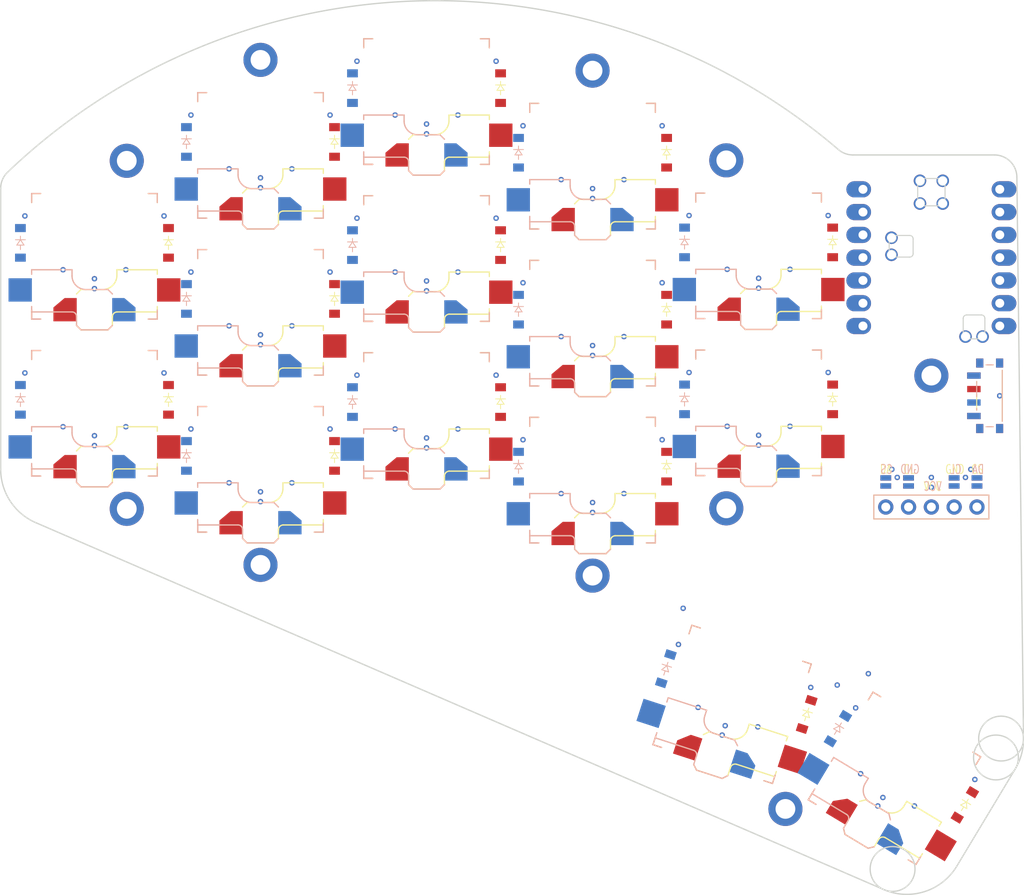
<source format=kicad_pcb>
(kicad_pcb (version 20171130) (host pcbnew 5.1.6)
  (title_block (title snak_30) (rev 0.2.1) (company JackMatanky))
  (layers (0 F.Cu signal) (31 B.Cu signal) (34 B.Paste user) (35 F.Paste user) (36 B.SilkS user) (37 F.SilkS user) (38 B.Mask user) (39 F.Mask user) (44 Edge.Cuts user))
  (net 0 "")
  (net 1 "C1")
  (net 2 "pinky_mid")
  (net 3 "pinky_top")
  (net 4 "ring_bot")
  (net 5 "C2")
  (net 6 "ring_mid")
  (net 7 "ring_top")
  (net 8 "middle_bot")
  (net 9 "C3")
  (net 10 "middle_mid")
  (net 11 "middle_top")
  (net 12 "index_bot")
  (net 13 "C4")
  (net 14 "index_mid")
  (net 15 "index_top")
  (net 16 "C5")
  (net 17 "inner_mid")
  (net 18 "inner_top")
  (net 19 "out_home")
  (net 20 "in_home")
  (net 21 "R2")
  (net 22 "R1")
  (net 23 "R3")
  (net 24 "R4")
  (net 25 "P5")
  (net 26 "P6")
  (net 27 "RAW5V")
  (net 28 "GND")
  (net 29 "RAW3V3")
  (net 30 "DPD")
  (net 31 "DPE")
  (net 32 "DPC")
  (net 33 "P7")
  (net 34 "SWCLK")
  (net 35 "SWDIO")
  (net 36 "RST")
  (net 37 "BAT_POS")
  (net 38 "BAT_NEG")
  (net 39 "NFC0")
  (net 40 "NFC1")
  (net 41 "P10")
  (net 42 "P8")
  (net 43 "VCC")
  (net 44 "P9")
  (net 45 "DISP1_1")
  (net 46 "DISP1_2")
  (net 47 "DISP1_4")
  (net 48 "DISP1_5")
  (net 49 "MOSI")
  (net 50 "SCK")
  (net 51 "CS")
  (net 52 "pos")
  (module PG1350 (layer F.Cu) (at 100 82.5 180)
    (fp_text reference "S1" hide)
    (pad "" np_thru_hole circle (at 0 0) (size 3.429 3.429) (drill 3.429) (layers *.Cu *.Mask))
    (pad "" np_thru_hole circle (at 5.5 0) (size 1.7018 1.7018) (drill 1.7018) (layers *.Cu *.Mask))
    (pad "" np_thru_hole circle (at -5.5 0) (size 1.7018 1.7018) (drill 1.7018) (layers *.Cu *.Mask))
    (pad "" np_thru_hole circle (at 0 -5.95) (size 3 3) (drill 3) (layers *.Cu *.Mask))
    (pad 1 smd custom (at -3.275 -5.95 180) (size 1 1) (layers B.Cu B.Paste B.Mask) (options (clearance outline) (anchor rect)) (primitives (gr_poly (pts (xy -1.3 -1.3) (xy -1.3 0.25) (xy -0.05 1.3) (xy 1.3 1.3) (xy 1.3 -1.3)) (width 0))) (net 1 "C1"))
    (pad 2 smd rect (at 8.275 -3.75 180) (size 2.6 2.6) (layers B.Cu B.Paste B.Mask) (net 2 "pinky_mid"))
    (pad "" np_thru_hole circle (at 5 -3.75 195) (size 3 3) (drill 3) (layers *.Cu *.Mask))
    (pad 1 connect custom (at 3.275 -5.95 180) (size 0.5 0.5) (layers F.Cu F.Mask) (options (clearance outline) (anchor rect)) (primitives (gr_poly (pts (xy -1.3 -1.3) (xy -1.3 1.3) (xy 0.05 1.3) (xy 1.3 0.25) (xy 1.3 -1.3)) (width 0))) (net 1 "C1"))
    (pad 2 smd rect (at -8.275 -3.75 180) (size 2.6 2.6) (layers F.Cu F.Paste F.Mask) (net 2 "pinky_mid"))
    (pad "" np_thru_hole circle (at -5 -3.75 195) (size 3 3) (drill 3) (layers *.Cu *.Mask))
  )
  (module PG1350 (layer F.Cu) (at 100 65 180)
    (fp_text reference "S2" hide)
    (pad "" np_thru_hole circle (at 0 0) (size 3.429 3.429) (drill 3.429) (layers *.Cu *.Mask))
    (pad "" np_thru_hole circle (at 5.5 0) (size 1.7018 1.7018) (drill 1.7018) (layers *.Cu *.Mask))
    (pad "" np_thru_hole circle (at -5.5 0) (size 1.7018 1.7018) (drill 1.7018) (layers *.Cu *.Mask))
    (pad "" np_thru_hole circle (at 0 -5.95) (size 3 3) (drill 3) (layers *.Cu *.Mask))
    (pad 1 smd custom (at -3.275 -5.95 180) (size 1 1) (layers B.Cu B.Paste B.Mask) (options (clearance outline) (anchor rect)) (primitives (gr_poly (pts (xy -1.3 -1.3) (xy -1.3 0.25) (xy -0.05 1.3) (xy 1.3 1.3) (xy 1.3 -1.3)) (width 0))) (net 1 "C1"))
    (pad 2 smd rect (at 8.275 -3.75 180) (size 2.6 2.6) (layers B.Cu B.Paste B.Mask) (net 3 "pinky_top"))
    (pad "" np_thru_hole circle (at 5 -3.75 195) (size 3 3) (drill 3) (layers *.Cu *.Mask))
    (pad 1 connect custom (at 3.275 -5.95 180) (size 0.5 0.5) (layers F.Cu F.Mask) (options (clearance outline) (anchor rect)) (primitives (gr_poly (pts (xy -1.3 -1.3) (xy -1.3 1.3) (xy 0.05 1.3) (xy 1.3 0.25) (xy 1.3 -1.3)) (width 0))) (net 1 "C1"))
    (pad 2 smd rect (at -8.275 -3.75 180) (size 2.6 2.6) (layers F.Cu F.Paste F.Mask) (net 3 "pinky_top"))
    (pad "" np_thru_hole circle (at -5 -3.75 195) (size 3 3) (drill 3) (layers *.Cu *.Mask))
  )
  (module PG1350 (layer F.Cu) (at 118.5 88.75 180)
    (fp_text reference "S3" hide)
    (pad "" np_thru_hole circle (at 0 0) (size 3.429 3.429) (drill 3.429) (layers *.Cu *.Mask))
    (pad "" np_thru_hole circle (at 5.5 0) (size 1.7018 1.7018) (drill 1.7018) (layers *.Cu *.Mask))
    (pad "" np_thru_hole circle (at -5.5 0) (size 1.7018 1.7018) (drill 1.7018) (layers *.Cu *.Mask))
    (pad "" np_thru_hole circle (at 0 -5.95) (size 3 3) (drill 3) (layers *.Cu *.Mask))
    (pad 1 smd custom (at -3.275 -5.95 180) (size 1 1) (layers B.Cu B.Paste B.Mask) (options (clearance outline) (anchor rect)) (primitives (gr_poly (pts (xy -1.3 -1.3) (xy -1.3 0.25) (xy -0.05 1.3) (xy 1.3 1.3) (xy 1.3 -1.3)) (width 0))) (net 1 "C1"))
    (pad 2 smd rect (at 8.275 -3.75 180) (size 2.6 2.6) (layers B.Cu B.Paste B.Mask) (net 4 "ring_bot"))
    (pad "" np_thru_hole circle (at 5 -3.75 195) (size 3 3) (drill 3) (layers *.Cu *.Mask))
    (pad 1 connect custom (at 3.275 -5.95 180) (size 0.5 0.5) (layers F.Cu F.Mask) (options (clearance outline) (anchor rect)) (primitives (gr_poly (pts (xy -1.3 -1.3) (xy -1.3 1.3) (xy 0.05 1.3) (xy 1.3 0.25) (xy 1.3 -1.3)) (width 0))) (net 1 "C1"))
    (pad 2 smd rect (at -8.275 -3.75 180) (size 2.6 2.6) (layers F.Cu F.Paste F.Mask) (net 4 "ring_bot"))
    (pad "" np_thru_hole circle (at -5 -3.75 195) (size 3 3) (drill 3) (layers *.Cu *.Mask))
  )
  (module PG1350 (layer F.Cu) (at 118.5 71.25 180)
    (fp_text reference "S4" hide)
    (pad "" np_thru_hole circle (at 0 0) (size 3.429 3.429) (drill 3.429) (layers *.Cu *.Mask))
    (pad "" np_thru_hole circle (at 5.5 0) (size 1.7018 1.7018) (drill 1.7018) (layers *.Cu *.Mask))
    (pad "" np_thru_hole circle (at -5.5 0) (size 1.7018 1.7018) (drill 1.7018) (layers *.Cu *.Mask))
    (pad "" np_thru_hole circle (at 0 -5.95) (size 3 3) (drill 3) (layers *.Cu *.Mask))
    (pad 1 smd custom (at -3.275 -5.95 180) (size 1 1) (layers B.Cu B.Paste B.Mask) (options (clearance outline) (anchor rect)) (primitives (gr_poly (pts (xy -1.3 -1.3) (xy -1.3 0.25) (xy -0.05 1.3) (xy 1.3 1.3) (xy 1.3 -1.3)) (width 0))) (net 5 "C2"))
    (pad 2 smd rect (at 8.275 -3.75 180) (size 2.6 2.6) (layers B.Cu B.Paste B.Mask) (net 6 "ring_mid"))
    (pad "" np_thru_hole circle (at 5 -3.75 195) (size 3 3) (drill 3) (layers *.Cu *.Mask))
    (pad 1 connect custom (at 3.275 -5.95 180) (size 0.5 0.5) (layers F.Cu F.Mask) (options (clearance outline) (anchor rect)) (primitives (gr_poly (pts (xy -1.3 -1.3) (xy -1.3 1.3) (xy 0.05 1.3) (xy 1.3 0.25) (xy 1.3 -1.3)) (width 0))) (net 5 "C2"))
    (pad 2 smd rect (at -8.275 -3.75 180) (size 2.6 2.6) (layers F.Cu F.Paste F.Mask) (net 6 "ring_mid"))
    (pad "" np_thru_hole circle (at -5 -3.75 195) (size 3 3) (drill 3) (layers *.Cu *.Mask))
  )
  (module PG1350 (layer F.Cu) (at 118.5 53.75 180)
    (fp_text reference "S5" hide)
    (pad "" np_thru_hole circle (at 0 0) (size 3.429 3.429) (drill 3.429) (layers *.Cu *.Mask))
    (pad "" np_thru_hole circle (at 5.5 0) (size 1.7018 1.7018) (drill 1.7018) (layers *.Cu *.Mask))
    (pad "" np_thru_hole circle (at -5.5 0) (size 1.7018 1.7018) (drill 1.7018) (layers *.Cu *.Mask))
    (pad "" np_thru_hole circle (at 0 -5.95) (size 3 3) (drill 3) (layers *.Cu *.Mask))
    (pad 1 smd custom (at -3.275 -5.95 180) (size 1 1) (layers B.Cu B.Paste B.Mask) (options (clearance outline) (anchor rect)) (primitives (gr_poly (pts (xy -1.3 -1.3) (xy -1.3 0.25) (xy -0.05 1.3) (xy 1.3 1.3) (xy 1.3 -1.3)) (width 0))) (net 5 "C2"))
    (pad 2 smd rect (at 8.275 -3.75 180) (size 2.6 2.6) (layers B.Cu B.Paste B.Mask) (net 7 "ring_top"))
    (pad "" np_thru_hole circle (at 5 -3.75 195) (size 3 3) (drill 3) (layers *.Cu *.Mask))
    (pad 1 connect custom (at 3.275 -5.95 180) (size 0.5 0.5) (layers F.Cu F.Mask) (options (clearance outline) (anchor rect)) (primitives (gr_poly (pts (xy -1.3 -1.3) (xy -1.3 1.3) (xy 0.05 1.3) (xy 1.3 0.25) (xy 1.3 -1.3)) (width 0))) (net 5 "C2"))
    (pad 2 smd rect (at -8.275 -3.75 180) (size 2.6 2.6) (layers F.Cu F.Paste F.Mask) (net 7 "ring_top"))
    (pad "" np_thru_hole circle (at -5 -3.75 195) (size 3 3) (drill 3) (layers *.Cu *.Mask))
  )
  (module PG1350 (layer F.Cu) (at 137 82.75 180)
    (fp_text reference "S6" hide)
    (pad "" np_thru_hole circle (at 0 0) (size 3.429 3.429) (drill 3.429) (layers *.Cu *.Mask))
    (pad "" np_thru_hole circle (at 5.5 0) (size 1.7018 1.7018) (drill 1.7018) (layers *.Cu *.Mask))
    (pad "" np_thru_hole circle (at -5.5 0) (size 1.7018 1.7018) (drill 1.7018) (layers *.Cu *.Mask))
    (pad "" np_thru_hole circle (at 0 -5.95) (size 3 3) (drill 3) (layers *.Cu *.Mask))
    (pad 1 smd custom (at -3.275 -5.95 180) (size 1 1) (layers B.Cu B.Paste B.Mask) (options (clearance outline) (anchor rect)) (primitives (gr_poly (pts (xy -1.3 -1.3) (xy -1.3 0.25) (xy -0.05 1.3) (xy 1.3 1.3) (xy 1.3 -1.3)) (width 0))) (net 5 "C2"))
    (pad 2 smd rect (at 8.275 -3.75 180) (size 2.6 2.6) (layers B.Cu B.Paste B.Mask) (net 8 "middle_bot"))
    (pad "" np_thru_hole circle (at 5 -3.75 195) (size 3 3) (drill 3) (layers *.Cu *.Mask))
    (pad 1 connect custom (at 3.275 -5.95 180) (size 0.5 0.5) (layers F.Cu F.Mask) (options (clearance outline) (anchor rect)) (primitives (gr_poly (pts (xy -1.3 -1.3) (xy -1.3 1.3) (xy 0.05 1.3) (xy 1.3 0.25) (xy 1.3 -1.3)) (width 0))) (net 5 "C2"))
    (pad 2 smd rect (at -8.275 -3.75 180) (size 2.6 2.6) (layers F.Cu F.Paste F.Mask) (net 8 "middle_bot"))
    (pad "" np_thru_hole circle (at -5 -3.75 195) (size 3 3) (drill 3) (layers *.Cu *.Mask))
  )
  (module PG1350 (layer F.Cu) (at 137 65.25 180)
    (fp_text reference "S7" hide)
    (pad "" np_thru_hole circle (at 0 0) (size 3.429 3.429) (drill 3.429) (layers *.Cu *.Mask))
    (pad "" np_thru_hole circle (at 5.5 0) (size 1.7018 1.7018) (drill 1.7018) (layers *.Cu *.Mask))
    (pad "" np_thru_hole circle (at -5.5 0) (size 1.7018 1.7018) (drill 1.7018) (layers *.Cu *.Mask))
    (pad "" np_thru_hole circle (at 0 -5.95) (size 3 3) (drill 3) (layers *.Cu *.Mask))
    (pad 1 smd custom (at -3.275 -5.95 180) (size 1 1) (layers B.Cu B.Paste B.Mask) (options (clearance outline) (anchor rect)) (primitives (gr_poly (pts (xy -1.3 -1.3) (xy -1.3 0.25) (xy -0.05 1.3) (xy 1.3 1.3) (xy 1.3 -1.3)) (width 0))) (net 9 "C3"))
    (pad 2 smd rect (at 8.275 -3.75 180) (size 2.6 2.6) (layers B.Cu B.Paste B.Mask) (net 10 "middle_mid"))
    (pad "" np_thru_hole circle (at 5 -3.75 195) (size 3 3) (drill 3) (layers *.Cu *.Mask))
    (pad 1 connect custom (at 3.275 -5.95 180) (size 0.5 0.5) (layers F.Cu F.Mask) (options (clearance outline) (anchor rect)) (primitives (gr_poly (pts (xy -1.3 -1.3) (xy -1.3 1.3) (xy 0.05 1.3) (xy 1.3 0.25) (xy 1.3 -1.3)) (width 0))) (net 9 "C3"))
    (pad 2 smd rect (at -8.275 -3.75 180) (size 2.6 2.6) (layers F.Cu F.Paste F.Mask) (net 10 "middle_mid"))
    (pad "" np_thru_hole circle (at -5 -3.75 195) (size 3 3) (drill 3) (layers *.Cu *.Mask))
  )
  (module PG1350 (layer F.Cu) (at 137 47.75 180)
    (fp_text reference "S8" hide)
    (pad "" np_thru_hole circle (at 0 0) (size 3.429 3.429) (drill 3.429) (layers *.Cu *.Mask))
    (pad "" np_thru_hole circle (at 5.5 0) (size 1.7018 1.7018) (drill 1.7018) (layers *.Cu *.Mask))
    (pad "" np_thru_hole circle (at -5.5 0) (size 1.7018 1.7018) (drill 1.7018) (layers *.Cu *.Mask))
    (pad "" np_thru_hole circle (at 0 -5.95) (size 3 3) (drill 3) (layers *.Cu *.Mask))
    (pad 1 smd custom (at -3.275 -5.95 180) (size 1 1) (layers B.Cu B.Paste B.Mask) (options (clearance outline) (anchor rect)) (primitives (gr_poly (pts (xy -1.3 -1.3) (xy -1.3 0.25) (xy -0.05 1.3) (xy 1.3 1.3) (xy 1.3 -1.3)) (width 0))) (net 9 "C3"))
    (pad 2 smd rect (at 8.275 -3.75 180) (size 2.6 2.6) (layers B.Cu B.Paste B.Mask) (net 11 "middle_top"))
    (pad "" np_thru_hole circle (at 5 -3.75 195) (size 3 3) (drill 3) (layers *.Cu *.Mask))
    (pad 1 connect custom (at 3.275 -5.95 180) (size 0.5 0.5) (layers F.Cu F.Mask) (options (clearance outline) (anchor rect)) (primitives (gr_poly (pts (xy -1.3 -1.3) (xy -1.3 1.3) (xy 0.05 1.3) (xy 1.3 0.25) (xy 1.3 -1.3)) (width 0))) (net 9 "C3"))
    (pad 2 smd rect (at -8.275 -3.75 180) (size 2.6 2.6) (layers F.Cu F.Paste F.Mask) (net 11 "middle_top"))
    (pad "" np_thru_hole circle (at -5 -3.75 195) (size 3 3) (drill 3) (layers *.Cu *.Mask))
  )
  (module PG1350 (layer F.Cu) (at 155.5 89.95 180)
    (fp_text reference "S9" hide)
    (pad "" np_thru_hole circle (at 0 0) (size 3.429 3.429) (drill 3.429) (layers *.Cu *.Mask))
    (pad "" np_thru_hole circle (at 5.5 0) (size 1.7018 1.7018) (drill 1.7018) (layers *.Cu *.Mask))
    (pad "" np_thru_hole circle (at -5.5 0) (size 1.7018 1.7018) (drill 1.7018) (layers *.Cu *.Mask))
    (pad "" np_thru_hole circle (at 0 -5.95) (size 3 3) (drill 3) (layers *.Cu *.Mask))
    (pad 1 smd custom (at -3.275 -5.95 180) (size 1 1) (layers B.Cu B.Paste B.Mask) (options (clearance outline) (anchor rect)) (primitives (gr_poly (pts (xy -1.3 -1.3) (xy -1.3 0.25) (xy -0.05 1.3) (xy 1.3 1.3) (xy 1.3 -1.3)) (width 0))) (net 9 "C3"))
    (pad 2 smd rect (at 8.275 -3.75 180) (size 2.6 2.6) (layers B.Cu B.Paste B.Mask) (net 12 "index_bot"))
    (pad "" np_thru_hole circle (at 5 -3.75 195) (size 3 3) (drill 3) (layers *.Cu *.Mask))
    (pad 1 connect custom (at 3.275 -5.95 180) (size 0.5 0.5) (layers F.Cu F.Mask) (options (clearance outline) (anchor rect)) (primitives (gr_poly (pts (xy -1.3 -1.3) (xy -1.3 1.3) (xy 0.05 1.3) (xy 1.3 0.25) (xy 1.3 -1.3)) (width 0))) (net 9 "C3"))
    (pad 2 smd rect (at -8.275 -3.75 180) (size 2.6 2.6) (layers F.Cu F.Paste F.Mask) (net 12 "index_bot"))
    (pad "" np_thru_hole circle (at -5 -3.75 195) (size 3 3) (drill 3) (layers *.Cu *.Mask))
  )
  (module PG1350 (layer F.Cu) (at 155.5 72.45 180)
    (fp_text reference "S10" hide)
    (pad "" np_thru_hole circle (at 0 0) (size 3.429 3.429) (drill 3.429) (layers *.Cu *.Mask))
    (pad "" np_thru_hole circle (at 5.5 0) (size 1.7018 1.7018) (drill 1.7018) (layers *.Cu *.Mask))
    (pad "" np_thru_hole circle (at -5.5 0) (size 1.7018 1.7018) (drill 1.7018) (layers *.Cu *.Mask))
    (pad "" np_thru_hole circle (at 0 -5.95) (size 3 3) (drill 3) (layers *.Cu *.Mask))
    (pad 1 smd custom (at -3.275 -5.95 180) (size 1 1) (layers B.Cu B.Paste B.Mask) (options (clearance outline) (anchor rect)) (primitives (gr_poly (pts (xy -1.3 -1.3) (xy -1.3 0.25) (xy -0.05 1.3) (xy 1.3 1.3) (xy 1.3 -1.3)) (width 0))) (net 13 "C4"))
    (pad 2 smd rect (at 8.275 -3.75 180) (size 2.6 2.6) (layers B.Cu B.Paste B.Mask) (net 14 "index_mid"))
    (pad "" np_thru_hole circle (at 5 -3.75 195) (size 3 3) (drill 3) (layers *.Cu *.Mask))
    (pad 1 connect custom (at 3.275 -5.95 180) (size 0.5 0.5) (layers F.Cu F.Mask) (options (clearance outline) (anchor rect)) (primitives (gr_poly (pts (xy -1.3 -1.3) (xy -1.3 1.3) (xy 0.05 1.3) (xy 1.3 0.25) (xy 1.3 -1.3)) (width 0))) (net 13 "C4"))
    (pad 2 smd rect (at -8.275 -3.75 180) (size 2.6 2.6) (layers F.Cu F.Paste F.Mask) (net 14 "index_mid"))
    (pad "" np_thru_hole circle (at -5 -3.75 195) (size 3 3) (drill 3) (layers *.Cu *.Mask))
  )
  (module PG1350 (layer F.Cu) (at 155.5 54.95 180)
    (fp_text reference "S11" hide)
    (pad "" np_thru_hole circle (at 0 0) (size 3.429 3.429) (drill 3.429) (layers *.Cu *.Mask))
    (pad "" np_thru_hole circle (at 5.5 0) (size 1.7018 1.7018) (drill 1.7018) (layers *.Cu *.Mask))
    (pad "" np_thru_hole circle (at -5.5 0) (size 1.7018 1.7018) (drill 1.7018) (layers *.Cu *.Mask))
    (pad "" np_thru_hole circle (at 0 -5.95) (size 3 3) (drill 3) (layers *.Cu *.Mask))
    (pad 1 smd custom (at -3.275 -5.95 180) (size 1 1) (layers B.Cu B.Paste B.Mask) (options (clearance outline) (anchor rect)) (primitives (gr_poly (pts (xy -1.3 -1.3) (xy -1.3 0.25) (xy -0.05 1.3) (xy 1.3 1.3) (xy 1.3 -1.3)) (width 0))) (net 13 "C4"))
    (pad 2 smd rect (at 8.275 -3.75 180) (size 2.6 2.6) (layers B.Cu B.Paste B.Mask) (net 15 "index_top"))
    (pad "" np_thru_hole circle (at 5 -3.75 195) (size 3 3) (drill 3) (layers *.Cu *.Mask))
    (pad 1 connect custom (at 3.275 -5.95 180) (size 0.5 0.5) (layers F.Cu F.Mask) (options (clearance outline) (anchor rect)) (primitives (gr_poly (pts (xy -1.3 -1.3) (xy -1.3 1.3) (xy 0.05 1.3) (xy 1.3 0.25) (xy 1.3 -1.3)) (width 0))) (net 13 "C4"))
    (pad 2 smd rect (at -8.275 -3.75 180) (size 2.6 2.6) (layers F.Cu F.Paste F.Mask) (net 15 "index_top"))
    (pad "" np_thru_hole circle (at -5 -3.75 195) (size 3 3) (drill 3) (layers *.Cu *.Mask))
  )
  (module PG1350 (layer F.Cu) (at 174 82.45 180)
    (fp_text reference "S12" hide)
    (pad "" np_thru_hole circle (at 0 0) (size 3.429 3.429) (drill 3.429) (layers *.Cu *.Mask))
    (pad "" np_thru_hole circle (at 5.5 0) (size 1.7018 1.7018) (drill 1.7018) (layers *.Cu *.Mask))
    (pad "" np_thru_hole circle (at -5.5 0) (size 1.7018 1.7018) (drill 1.7018) (layers *.Cu *.Mask))
    (pad "" np_thru_hole circle (at 0 -5.95) (size 3 3) (drill 3) (layers *.Cu *.Mask))
    (pad 1 smd custom (at -3.275 -5.95 180) (size 1 1) (layers B.Cu B.Paste B.Mask) (options (clearance outline) (anchor rect)) (primitives (gr_poly (pts (xy -1.3 -1.3) (xy -1.3 0.25) (xy -0.05 1.3) (xy 1.3 1.3) (xy 1.3 -1.3)) (width 0))) (net 16 "C5"))
    (pad 2 smd rect (at 8.275 -3.75 180) (size 2.6 2.6) (layers B.Cu B.Paste B.Mask) (net 17 "inner_mid"))
    (pad "" np_thru_hole circle (at 5 -3.75 195) (size 3 3) (drill 3) (layers *.Cu *.Mask))
    (pad 1 connect custom (at 3.275 -5.95 180) (size 0.5 0.5) (layers F.Cu F.Mask) (options (clearance outline) (anchor rect)) (primitives (gr_poly (pts (xy -1.3 -1.3) (xy -1.3 1.3) (xy 0.05 1.3) (xy 1.3 0.25) (xy 1.3 -1.3)) (width 0))) (net 16 "C5"))
    (pad 2 smd rect (at -8.275 -3.75 180) (size 2.6 2.6) (layers F.Cu F.Paste F.Mask) (net 17 "inner_mid"))
    (pad "" np_thru_hole circle (at -5 -3.75 195) (size 3 3) (drill 3) (layers *.Cu *.Mask))
  )
  (module PG1350 (layer F.Cu) (at 174 64.95 180)
    (fp_text reference "S13" hide)
    (pad "" np_thru_hole circle (at 0 0) (size 3.429 3.429) (drill 3.429) (layers *.Cu *.Mask))
    (pad "" np_thru_hole circle (at 5.5 0) (size 1.7018 1.7018) (drill 1.7018) (layers *.Cu *.Mask))
    (pad "" np_thru_hole circle (at -5.5 0) (size 1.7018 1.7018) (drill 1.7018) (layers *.Cu *.Mask))
    (pad "" np_thru_hole circle (at 0 -5.95) (size 3 3) (drill 3) (layers *.Cu *.Mask))
    (pad 1 smd custom (at -3.275 -5.95 180) (size 1 1) (layers B.Cu B.Paste B.Mask) (options (clearance outline) (anchor rect)) (primitives (gr_poly (pts (xy -1.3 -1.3) (xy -1.3 0.25) (xy -0.05 1.3) (xy 1.3 1.3) (xy 1.3 -1.3)) (width 0))) (net 16 "C5"))
    (pad 2 smd rect (at 8.275 -3.75 180) (size 2.6 2.6) (layers B.Cu B.Paste B.Mask) (net 18 "inner_top"))
    (pad "" np_thru_hole circle (at 5 -3.75 195) (size 3 3) (drill 3) (layers *.Cu *.Mask))
    (pad 1 connect custom (at 3.275 -5.95 180) (size 0.5 0.5) (layers F.Cu F.Mask) (options (clearance outline) (anchor rect)) (primitives (gr_poly (pts (xy -1.3 -1.3) (xy -1.3 1.3) (xy 0.05 1.3) (xy 1.3 0.25) (xy 1.3 -1.3)) (width 0))) (net 16 "C5"))
    (pad 2 smd rect (at -8.275 -3.75 180) (size 2.6 2.6) (layers F.Cu F.Paste F.Mask) (net 18 "inner_top"))
    (pad "" np_thru_hole circle (at -5 -3.75 195) (size 3 3) (drill 3) (layers *.Cu *.Mask))
  )
  (module PG1350 (layer F.Cu) (at 171.05 114.95 162)
    (fp_text reference "S14" hide)
    (pad "" np_thru_hole circle (at 0 0) (size 3.429 3.429) (drill 3.429) (layers *.Cu *.Mask))
    (pad "" np_thru_hole circle (at 5.5 0) (size 1.7018 1.7018) (drill 1.7018) (layers *.Cu *.Mask))
    (pad "" np_thru_hole circle (at -5.5 0) (size 1.7018 1.7018) (drill 1.7018) (layers *.Cu *.Mask))
    (pad "" np_thru_hole circle (at 0 -5.95) (size 3 3) (drill 3) (layers *.Cu *.Mask))
    (pad 1 smd custom (at -3.275 -5.95 162) (size 1 1) (layers B.Cu B.Paste B.Mask) (options (clearance outline) (anchor rect)) (primitives (gr_poly (pts (xy -1.3 -1.3) (xy -1.3 0.25) (xy -0.05 1.3) (xy 1.3 1.3) (xy 1.3 -1.3)) (width 0))) (net 13 "C4"))
    (pad 2 smd rect (at 8.275 -3.75 162) (size 2.6 2.6) (layers B.Cu B.Paste B.Mask) (net 19 "out_home"))
    (pad "" np_thru_hole circle (at 5 -3.75 195) (size 3 3) (drill 3) (layers *.Cu *.Mask))
    (pad 1 connect custom (at 3.275 -5.95 162) (size 0.5 0.5) (layers F.Cu F.Mask) (options (clearance outline) (anchor rect)) (primitives (gr_poly (pts (xy -1.3 -1.3) (xy -1.3 1.3) (xy 0.05 1.3) (xy 1.3 0.25) (xy 1.3 -1.3)) (width 0))) (net 13 "C4"))
    (pad 2 smd rect (at -8.275 -3.75 162) (size 2.6 2.6) (layers F.Cu F.Paste F.Mask) (net 19 "out_home"))
    (pad "" np_thru_hole circle (at -5 -3.75 195) (size 3 3) (drill 3) (layers *.Cu *.Mask))
  )
  (module PG1350 (layer F.Cu) (at 189.138078 123.1929628 149)
    (fp_text reference "S15" hide)
    (pad "" np_thru_hole circle (at 0 0) (size 3.429 3.429) (drill 3.429) (layers *.Cu *.Mask))
    (pad "" np_thru_hole circle (at 5.5 0) (size 1.7018 1.7018) (drill 1.7018) (layers *.Cu *.Mask))
    (pad "" np_thru_hole circle (at -5.5 0) (size 1.7018 1.7018) (drill 1.7018) (layers *.Cu *.Mask))
    (pad "" np_thru_hole circle (at 0 -5.95) (size 3 3) (drill 3) (layers *.Cu *.Mask))
    (pad 1 smd custom (at -3.275 -5.95 149) (size 1 1) (layers B.Cu B.Paste B.Mask) (options (clearance outline) (anchor rect)) (primitives (gr_poly (pts (xy -1.3 -1.3) (xy -1.3 0.25) (xy -0.05 1.3) (xy 1.3 1.3) (xy 1.3 -1.3)) (width 0))) (net 16 "C5"))
    (pad 2 smd rect (at 8.275 -3.75 149) (size 2.6 2.6) (layers B.Cu B.Paste B.Mask) (net 20 "in_home"))
    (pad "" np_thru_hole circle (at 5 -3.75 195) (size 3 3) (drill 3) (layers *.Cu *.Mask))
    (pad 1 connect custom (at 3.275 -5.95 149) (size 0.5 0.5) (layers F.Cu F.Mask) (options (clearance outline) (anchor rect)) (primitives (gr_poly (pts (xy -1.3 -1.3) (xy -1.3 1.3) (xy 0.05 1.3) (xy 1.3 0.25) (xy 1.3 -1.3)) (width 0))) (net 16 "C5"))
    (pad 2 smd rect (at -8.275 -3.75 149) (size 2.6 2.6) (layers F.Cu F.Paste F.Mask) (net 20 "in_home"))
    (pad "" np_thru_hole circle (at -5 -3.75 195) (size 3 3) (drill 3) (layers *.Cu *.Mask))
  )
  (module "ceoloide:diode_tht_sod123" (layer F.Cu) (at 108.25 81 270)
    (fp_text reference "D1" hide)
    (pad 1 smd rect (at -1.65 0 270) (size 0.9 1.2) (layers F.Cu F.Paste F.Mask) (net 21 "R2"))
    (pad 2 smd rect (at 1.65 0 270) (size 0.9 1.2) (layers F.Cu F.Paste F.Mask) (net 2 "pinky_mid"))
  )
  (module "ceoloide:diode_tht_sod123" (layer F.Cu) (at 108.25 63.5 270)
    (fp_text reference "D2" hide)
    (pad 1 smd rect (at -1.65 0 270) (size 0.9 1.2) (layers F.Cu F.Paste F.Mask) (net 22 "R1"))
    (pad 2 smd rect (at 1.65 0 270) (size 0.9 1.2) (layers F.Cu F.Paste F.Mask) (net 3 "pinky_top"))
  )
  (module "ceoloide:diode_tht_sod123" (layer F.Cu) (at 126.75 87.25 270)
    (fp_text reference "D3" hide)
    (pad 1 smd rect (at -1.65 0 270) (size 0.9 1.2) (layers F.Cu F.Paste F.Mask) (net 23 "R3"))
    (pad 2 smd rect (at 1.65 0 270) (size 0.9 1.2) (layers F.Cu F.Paste F.Mask) (net 4 "ring_bot"))
  )
  (module "ceoloide:diode_tht_sod123" (layer F.Cu) (at 126.75 69.75 270)
    (fp_text reference "D4" hide)
    (pad 1 smd rect (at -1.65 0 270) (size 0.9 1.2) (layers F.Cu F.Paste F.Mask) (net 21 "R2"))
    (pad 2 smd rect (at 1.65 0 270) (size 0.9 1.2) (layers F.Cu F.Paste F.Mask) (net 6 "ring_mid"))
  )
  (module "ceoloide:diode_tht_sod123" (layer F.Cu) (at 126.75 52.25 270)
    (fp_text reference "D5" hide)
    (pad 1 smd rect (at -1.65 0 270) (size 0.9 1.2) (layers F.Cu F.Paste F.Mask) (net 22 "R1"))
    (pad 2 smd rect (at 1.65 0 270) (size 0.9 1.2) (layers F.Cu F.Paste F.Mask) (net 7 "ring_top"))
  )
  (module "ceoloide:diode_tht_sod123" (layer F.Cu) (at 145.25 81.25 270)
    (fp_text reference "D6" hide)
    (pad 1 smd rect (at -1.65 0 270) (size 0.9 1.2) (layers F.Cu F.Paste F.Mask) (net 23 "R3"))
    (pad 2 smd rect (at 1.65 0 270) (size 0.9 1.2) (layers F.Cu F.Paste F.Mask) (net 8 "middle_bot"))
  )
  (module "ceoloide:diode_tht_sod123" (layer F.Cu) (at 145.25 63.75 270)
    (fp_text reference "D7" hide)
    (pad 1 smd rect (at -1.65 0 270) (size 0.9 1.2) (layers F.Cu F.Paste F.Mask) (net 21 "R2"))
    (pad 2 smd rect (at 1.65 0 270) (size 0.9 1.2) (layers F.Cu F.Paste F.Mask) (net 10 "middle_mid"))
  )
  (module "ceoloide:diode_tht_sod123" (layer F.Cu) (at 145.25 46.25 270)
    (fp_text reference "D8" hide)
    (pad 1 smd rect (at -1.65 0 270) (size 0.9 1.2) (layers F.Cu F.Paste F.Mask) (net 22 "R1"))
    (pad 2 smd rect (at 1.65 0 270) (size 0.9 1.2) (layers F.Cu F.Paste F.Mask) (net 11 "middle_top"))
  )
  (module "ceoloide:diode_tht_sod123" (layer F.Cu) (at 163.75 88.45 270)
    (fp_text reference "D9" hide)
    (pad 1 smd rect (at -1.65 0 270) (size 0.9 1.2) (layers F.Cu F.Paste F.Mask) (net 23 "R3"))
    (pad 2 smd rect (at 1.65 0 270) (size 0.9 1.2) (layers F.Cu F.Paste F.Mask) (net 12 "index_bot"))
  )
  (module "ceoloide:diode_tht_sod123" (layer F.Cu) (at 163.75 70.95 270)
    (fp_text reference "D10" hide)
    (pad 1 smd rect (at -1.65 0 270) (size 0.9 1.2) (layers F.Cu F.Paste F.Mask) (net 21 "R2"))
    (pad 2 smd rect (at 1.65 0 270) (size 0.9 1.2) (layers F.Cu F.Paste F.Mask) (net 14 "index_mid"))
  )
  (module "ceoloide:diode_tht_sod123" (layer F.Cu) (at 163.75 53.45 270)
    (fp_text reference "D11" hide)
    (pad 1 smd rect (at -1.65 0 270) (size 0.9 1.2) (layers F.Cu F.Paste F.Mask) (net 22 "R1"))
    (pad 2 smd rect (at 1.65 0 270) (size 0.9 1.2) (layers F.Cu F.Paste F.Mask) (net 15 "index_top"))
  )
  (module "ceoloide:diode_tht_sod123" (layer F.Cu) (at 182.25 80.95 270)
    (fp_text reference "D12" hide)
    (pad 1 smd rect (at -1.65 0 270) (size 0.9 1.2) (layers F.Cu F.Paste F.Mask) (net 21 "R2"))
    (pad 2 smd rect (at 1.65 0 270) (size 0.9 1.2) (layers F.Cu F.Paste F.Mask) (net 17 "inner_mid"))
  )
  (module "ceoloide:diode_tht_sod123" (layer F.Cu) (at 182.25 63.45 270)
    (fp_text reference "D13" hide)
    (pad 1 smd rect (at -1.65 0 270) (size 0.9 1.2) (layers F.Cu F.Paste F.Mask) (net 22 "R1"))
    (pad 2 smd rect (at 1.65 0 270) (size 0.9 1.2) (layers F.Cu F.Paste F.Mask) (net 18 "inner_top"))
  )
  (module "ceoloide:diode_tht_sod123" (layer F.Cu) (at 179.35974180000002 116.07280540000001 252)
    (fp_text reference "D14" hide)
    (pad 1 smd rect (at -1.65 0 252) (size 0.9 1.2) (layers F.Cu F.Paste F.Mask) (net 23 "R3"))
    (pad 2 smd rect (at 1.65 0 252) (size 0.9 1.2) (layers F.Cu F.Paste F.Mask) (net 19 "out_home"))
  )
  (module "ceoloide:diode_tht_sod123" (layer F.Cu) (at 196.9822653 126.156276 239)
    (fp_text reference "D15" hide)
    (pad 1 smd rect (at -1.65 0 239) (size 0.9 1.2) (layers F.Cu F.Paste F.Mask) (net 23 "R3"))
    (pad 2 smd rect (at 1.65 0 239) (size 0.9 1.2) (layers F.Cu F.Paste F.Mask) (net 20 "in_home"))
  )
  (module "ceoloide:diode_tht_sod123" (layer B.Cu) (at 91.75 81 270)
    (fp_text reference "D16" hide)
    (pad 2 smd rect (at 1.65 0 270) (size 0.9 1.2) (layers B.Cu B.Paste B.Mask) (net 2 "pinky_mid"))
    (pad 1 smd rect (at -1.65 0 270) (size 0.9 1.2) (layers B.Cu B.Paste B.Mask) (net 21 "R2"))
  )
  (module "ceoloide:diode_tht_sod123" (layer B.Cu) (at 91.75 63.5 270)
    (fp_text reference "D17" hide)
    (pad 2 smd rect (at 1.65 0 270) (size 0.9 1.2) (layers B.Cu B.Paste B.Mask) (net 3 "pinky_top"))
    (pad 1 smd rect (at -1.65 0 270) (size 0.9 1.2) (layers B.Cu B.Paste B.Mask) (net 22 "R1"))
  )
  (module "ceoloide:diode_tht_sod123" (layer B.Cu) (at 110.25 87.25 270)
    (fp_text reference "D18" hide)
    (pad 2 smd rect (at 1.65 0 270) (size 0.9 1.2) (layers B.Cu B.Paste B.Mask) (net 4 "ring_bot"))
    (pad 1 smd rect (at -1.65 0 270) (size 0.9 1.2) (layers B.Cu B.Paste B.Mask) (net 23 "R3"))
  )
  (module "ceoloide:diode_tht_sod123" (layer B.Cu) (at 110.25 69.75 270)
    (fp_text reference "D19" hide)
    (pad 2 smd rect (at 1.65 0 270) (size 0.9 1.2) (layers B.Cu B.Paste B.Mask) (net 6 "ring_mid"))
    (pad 1 smd rect (at -1.65 0 270) (size 0.9 1.2) (layers B.Cu B.Paste B.Mask) (net 21 "R2"))
  )
  (module "ceoloide:diode_tht_sod123" (layer B.Cu) (at 110.25 52.25 270)
    (fp_text reference "D20" hide)
    (pad 2 smd rect (at 1.65 0 270) (size 0.9 1.2) (layers B.Cu B.Paste B.Mask) (net 7 "ring_top"))
    (pad 1 smd rect (at -1.65 0 270) (size 0.9 1.2) (layers B.Cu B.Paste B.Mask) (net 22 "R1"))
  )
  (module "ceoloide:diode_tht_sod123" (layer B.Cu) (at 128.75 81.25 270)
    (fp_text reference "D21" hide)
    (pad 2 smd rect (at 1.65 0 270) (size 0.9 1.2) (layers B.Cu B.Paste B.Mask) (net 8 "middle_bot"))
    (pad 1 smd rect (at -1.65 0 270) (size 0.9 1.2) (layers B.Cu B.Paste B.Mask) (net 23 "R3"))
  )
  (module "ceoloide:diode_tht_sod123" (layer B.Cu) (at 128.75 63.75 270)
    (fp_text reference "D22" hide)
    (pad 2 smd rect (at 1.65 0 270) (size 0.9 1.2) (layers B.Cu B.Paste B.Mask) (net 10 "middle_mid"))
    (pad 1 smd rect (at -1.65 0 270) (size 0.9 1.2) (layers B.Cu B.Paste B.Mask) (net 21 "R2"))
  )
  (module "ceoloide:diode_tht_sod123" (layer B.Cu) (at 128.75 46.25 270)
    (fp_text reference "D23" hide)
    (pad 2 smd rect (at 1.65 0 270) (size 0.9 1.2) (layers B.Cu B.Paste B.Mask) (net 11 "middle_top"))
    (pad 1 smd rect (at -1.65 0 270) (size 0.9 1.2) (layers B.Cu B.Paste B.Mask) (net 22 "R1"))
  )
  (module "ceoloide:diode_tht_sod123" (layer B.Cu) (at 147.25 88.45 270)
    (fp_text reference "D24" hide)
    (pad 2 smd rect (at 1.65 0 270) (size 0.9 1.2) (layers B.Cu B.Paste B.Mask) (net 12 "index_bot"))
    (pad 1 smd rect (at -1.65 0 270) (size 0.9 1.2) (layers B.Cu B.Paste B.Mask) (net 23 "R3"))
  )
  (module "ceoloide:diode_tht_sod123" (layer B.Cu) (at 147.25 70.95 270)
    (fp_text reference "D25" hide)
    (pad 2 smd rect (at 1.65 0 270) (size 0.9 1.2) (layers B.Cu B.Paste B.Mask) (net 14 "index_mid"))
    (pad 1 smd rect (at -1.65 0 270) (size 0.9 1.2) (layers B.Cu B.Paste B.Mask) (net 21 "R2"))
  )
  (module "ceoloide:diode_tht_sod123" (layer B.Cu) (at 147.25 53.45 270)
    (fp_text reference "D26" hide)
    (pad 2 smd rect (at 1.65 0 270) (size 0.9 1.2) (layers B.Cu B.Paste B.Mask) (net 15 "index_top"))
    (pad 1 smd rect (at -1.65 0 270) (size 0.9 1.2) (layers B.Cu B.Paste B.Mask) (net 22 "R1"))
  )
  (module "ceoloide:diode_tht_sod123" (layer B.Cu) (at 165.75 80.95 270)
    (fp_text reference "D27" hide)
    (pad 2 smd rect (at 1.65 0 270) (size 0.9 1.2) (layers B.Cu B.Paste B.Mask) (net 17 "inner_mid"))
    (pad 1 smd rect (at -1.65 0 270) (size 0.9 1.2) (layers B.Cu B.Paste B.Mask) (net 21 "R2"))
  )
  (module "ceoloide:diode_tht_sod123" (layer B.Cu) (at 165.75 63.45 270)
    (fp_text reference "D28" hide)
    (pad 2 smd rect (at 1.65 0 270) (size 0.9 1.2) (layers B.Cu B.Paste B.Mask) (net 18 "inner_top"))
    (pad 1 smd rect (at -1.65 0 270) (size 0.9 1.2) (layers B.Cu B.Paste B.Mask) (net 22 "R1"))
  )
  (module "ceoloide:diode_tht_sod123" (layer B.Cu) (at 163.6673092 110.974025 252)
    (fp_text reference "D29" hide)
    (pad 2 smd rect (at 1.65 0 252) (size 0.9 1.2) (layers B.Cu B.Paste B.Mask) (net 19 "out_home"))
    (pad 1 smd rect (at -1.65 0 252) (size 0.9 1.2) (layers B.Cu B.Paste B.Mask) (net 23 "R3"))
  )
  (module "ceoloide:diode_tht_sod123" (layer B.Cu) (at 182.83900490000002 117.6581477 239)
    (fp_text reference "D30" hide)
    (pad 2 smd rect (at 1.65 0 239) (size 0.9 1.2) (layers B.Cu B.Paste B.Mask) (net 20 "in_home"))
    (pad 1 smd rect (at -1.65 0 239) (size 0.9 1.2) (layers B.Cu B.Paste B.Mask) (net 23 "R3"))
  )
  (module VIA-0.6mm (layer F.Cu) (at 107.75 78 0)
    (fp_text reference REF** hide)
    (fp_text value VIA-0.6mm hide)
    (pad 1 thru_hole circle (at 0 0) (size 0.6 0.6) (drill 0.3) (layers *.Cu) (net 21 "R2"))
  )
  (module VIA-0.6mm (layer F.Cu) (at 107.75 60.5 0)
    (fp_text reference REF** hide)
    (fp_text value VIA-0.6mm hide)
    (pad 1 thru_hole circle (at 0 0) (size 0.6 0.6) (drill 0.3) (layers *.Cu) (net 22 "R1"))
  )
  (module VIA-0.6mm (layer F.Cu) (at 126.25 84.25 0)
    (fp_text reference REF** hide)
    (fp_text value VIA-0.6mm hide)
    (pad 1 thru_hole circle (at 0 0) (size 0.6 0.6) (drill 0.3) (layers *.Cu) (net 23 "R3"))
  )
  (module VIA-0.6mm (layer F.Cu) (at 126.25 66.75 0)
    (fp_text reference REF** hide)
    (fp_text value VIA-0.6mm hide)
    (pad 1 thru_hole circle (at 0 0) (size 0.6 0.6) (drill 0.3) (layers *.Cu) (net 21 "R2"))
  )
  (module VIA-0.6mm (layer F.Cu) (at 126.25 49.25 0)
    (fp_text reference REF** hide)
    (fp_text value VIA-0.6mm hide)
    (pad 1 thru_hole circle (at 0 0) (size 0.6 0.6) (drill 0.3) (layers *.Cu) (net 22 "R1"))
  )
  (module VIA-0.6mm (layer F.Cu) (at 144.75 78.25 0)
    (fp_text reference REF** hide)
    (fp_text value VIA-0.6mm hide)
    (pad 1 thru_hole circle (at 0 0) (size 0.6 0.6) (drill 0.3) (layers *.Cu) (net 23 "R3"))
  )
  (module VIA-0.6mm (layer F.Cu) (at 144.75 60.75 0)
    (fp_text reference REF** hide)
    (fp_text value VIA-0.6mm hide)
    (pad 1 thru_hole circle (at 0 0) (size 0.6 0.6) (drill 0.3) (layers *.Cu) (net 21 "R2"))
  )
  (module VIA-0.6mm (layer F.Cu) (at 144.75 43.25 0)
    (fp_text reference REF** hide)
    (fp_text value VIA-0.6mm hide)
    (pad 1 thru_hole circle (at 0 0) (size 0.6 0.6) (drill 0.3) (layers *.Cu) (net 22 "R1"))
  )
  (module VIA-0.6mm (layer F.Cu) (at 163.25 85.45 0)
    (fp_text reference REF** hide)
    (fp_text value VIA-0.6mm hide)
    (pad 1 thru_hole circle (at 0 0) (size 0.6 0.6) (drill 0.3) (layers *.Cu) (net 23 "R3"))
  )
  (module VIA-0.6mm (layer F.Cu) (at 163.25 67.95 0)
    (fp_text reference REF** hide)
    (fp_text value VIA-0.6mm hide)
    (pad 1 thru_hole circle (at 0 0) (size 0.6 0.6) (drill 0.3) (layers *.Cu) (net 21 "R2"))
  )
  (module VIA-0.6mm (layer F.Cu) (at 163.25 50.45 0)
    (fp_text reference REF** hide)
    (fp_text value VIA-0.6mm hide)
    (pad 1 thru_hole circle (at 0 0) (size 0.6 0.6) (drill 0.3) (layers *.Cu) (net 22 "R1"))
  )
  (module VIA-0.6mm (layer F.Cu) (at 181.75 77.95 0)
    (fp_text reference REF** hide)
    (fp_text value VIA-0.6mm hide)
    (pad 1 thru_hole circle (at 0 0) (size 0.6 0.6) (drill 0.3) (layers *.Cu) (net 21 "R2"))
  )
  (module VIA-0.6mm (layer F.Cu) (at 181.75 60.45 0)
    (fp_text reference REF** hide)
    (fp_text value VIA-0.6mm hide)
    (pad 1 thru_hole circle (at 0 0) (size 0.6 0.6) (drill 0.3) (layers *.Cu) (net 22 "R1"))
  )
  (module VIA-0.6mm (layer F.Cu) (at 179.81126450000002 113.06512740000001 -18)
    (fp_text reference REF** hide)
    (fp_text value VIA-0.6mm hide)
    (pad 1 thru_hole circle (at 0 0) (size 0.6 0.6) (drill 0.3) (layers *.Cu) (net 23 "R3"))
  )
  (module VIA-0.6mm (layer F.Cu) (at 198.0987959 123.32725500000001 -31)
    (fp_text reference REF** hide)
    (fp_text value VIA-0.6mm hide)
    (pad 1 thru_hole circle (at 0 0) (size 0.6 0.6) (drill 0.3) (layers *.Cu) (net 23 "R3"))
  )
  (module VIA-0.6mm (layer F.Cu) (at 103.5 84 0)
    (fp_text reference REF** hide)
    (fp_text value VIA-0.6mm hide)
    (pad 1 thru_hole circle (at 0 0) (size 0.6 0.6) (drill 0.3) (layers *.Cu) (net 2 "pinky_mid"))
  )
  (module VIA-0.6mm (layer F.Cu) (at 103.5 66.5 0)
    (fp_text reference REF** hide)
    (fp_text value VIA-0.6mm hide)
    (pad 1 thru_hole circle (at 0 0) (size 0.6 0.6) (drill 0.3) (layers *.Cu) (net 3 "pinky_top"))
  )
  (module VIA-0.6mm (layer F.Cu) (at 122 90.25 0)
    (fp_text reference REF** hide)
    (fp_text value VIA-0.6mm hide)
    (pad 1 thru_hole circle (at 0 0) (size 0.6 0.6) (drill 0.3) (layers *.Cu) (net 4 "ring_bot"))
  )
  (module VIA-0.6mm (layer F.Cu) (at 122 72.75 0)
    (fp_text reference REF** hide)
    (fp_text value VIA-0.6mm hide)
    (pad 1 thru_hole circle (at 0 0) (size 0.6 0.6) (drill 0.3) (layers *.Cu) (net 6 "ring_mid"))
  )
  (module VIA-0.6mm (layer F.Cu) (at 122 55.25 0)
    (fp_text reference REF** hide)
    (fp_text value VIA-0.6mm hide)
    (pad 1 thru_hole circle (at 0 0) (size 0.6 0.6) (drill 0.3) (layers *.Cu) (net 7 "ring_top"))
  )
  (module VIA-0.6mm (layer F.Cu) (at 140.5 84.25 0)
    (fp_text reference REF** hide)
    (fp_text value VIA-0.6mm hide)
    (pad 1 thru_hole circle (at 0 0) (size 0.6 0.6) (drill 0.3) (layers *.Cu) (net 8 "middle_bot"))
  )
  (module VIA-0.6mm (layer F.Cu) (at 140.5 66.75 0)
    (fp_text reference REF** hide)
    (fp_text value VIA-0.6mm hide)
    (pad 1 thru_hole circle (at 0 0) (size 0.6 0.6) (drill 0.3) (layers *.Cu) (net 10 "middle_mid"))
  )
  (module VIA-0.6mm (layer F.Cu) (at 140.5 49.25 0)
    (fp_text reference REF** hide)
    (fp_text value VIA-0.6mm hide)
    (pad 1 thru_hole circle (at 0 0) (size 0.6 0.6) (drill 0.3) (layers *.Cu) (net 11 "middle_top"))
  )
  (module VIA-0.6mm (layer F.Cu) (at 159 91.45 0)
    (fp_text reference REF** hide)
    (fp_text value VIA-0.6mm hide)
    (pad 1 thru_hole circle (at 0 0) (size 0.6 0.6) (drill 0.3) (layers *.Cu) (net 12 "index_bot"))
  )
  (module VIA-0.6mm (layer F.Cu) (at 159 73.95 0)
    (fp_text reference REF** hide)
    (fp_text value VIA-0.6mm hide)
    (pad 1 thru_hole circle (at 0 0) (size 0.6 0.6) (drill 0.3) (layers *.Cu) (net 14 "index_mid"))
  )
  (module VIA-0.6mm (layer F.Cu) (at 159 56.45 0)
    (fp_text reference REF** hide)
    (fp_text value VIA-0.6mm hide)
    (pad 1 thru_hole circle (at 0 0) (size 0.6 0.6) (drill 0.3) (layers *.Cu) (net 15 "index_top"))
  )
  (module VIA-0.6mm (layer F.Cu) (at 177.5 83.95 0)
    (fp_text reference REF** hide)
    (fp_text value VIA-0.6mm hide)
    (pad 1 thru_hole circle (at 0 0) (size 0.6 0.6) (drill 0.3) (layers *.Cu) (net 17 "inner_mid"))
  )
  (module VIA-0.6mm (layer F.Cu) (at 177.5 66.45 0)
    (fp_text reference REF** hide)
    (fp_text value VIA-0.6mm hide)
    (pad 1 thru_hole circle (at 0 0) (size 0.6 0.6) (drill 0.3) (layers *.Cu) (net 18 "inner_top"))
  )
  (module VIA-0.6mm (layer F.Cu) (at 173.91517230000002 117.4581443 -18)
    (fp_text reference REF** hide)
    (fp_text value VIA-0.6mm hide)
    (pad 1 thru_hole circle (at 0 0) (size 0.6 0.6) (drill 0.3) (layers *.Cu) (net 19 "out_home"))
  )
  (module VIA-0.6mm (layer F.Cu) (at 191.36560640000002 126.28134700000001 -31)
    (fp_text reference REF** hide)
    (fp_text value VIA-0.6mm hide)
    (pad 1 thru_hole circle (at 0 0) (size 0.6 0.6) (drill 0.3) (layers *.Cu) (net 20 "in_home"))
  )
  (module VIA-0.6mm (layer F.Cu) (at 92.25 78 0)
    (fp_text reference REF** hide)
    (fp_text value VIA-0.6mm hide)
    (pad 1 thru_hole circle (at 0 0) (size 0.6 0.6) (drill 0.3) (layers *.Cu) (net 21 "R2"))
  )
  (module VIA-0.6mm (layer F.Cu) (at 92.25 60.5 0)
    (fp_text reference REF** hide)
    (fp_text value VIA-0.6mm hide)
    (pad 1 thru_hole circle (at 0 0) (size 0.6 0.6) (drill 0.3) (layers *.Cu) (net 22 "R1"))
  )
  (module VIA-0.6mm (layer F.Cu) (at 110.75 84.25 0)
    (fp_text reference REF** hide)
    (fp_text value VIA-0.6mm hide)
    (pad 1 thru_hole circle (at 0 0) (size 0.6 0.6) (drill 0.3) (layers *.Cu) (net 23 "R3"))
  )
  (module VIA-0.6mm (layer F.Cu) (at 110.75 66.75 0)
    (fp_text reference REF** hide)
    (fp_text value VIA-0.6mm hide)
    (pad 1 thru_hole circle (at 0 0) (size 0.6 0.6) (drill 0.3) (layers *.Cu) (net 21 "R2"))
  )
  (module VIA-0.6mm (layer F.Cu) (at 110.75 49.25 0)
    (fp_text reference REF** hide)
    (fp_text value VIA-0.6mm hide)
    (pad 1 thru_hole circle (at 0 0) (size 0.6 0.6) (drill 0.3) (layers *.Cu) (net 22 "R1"))
  )
  (module VIA-0.6mm (layer F.Cu) (at 129.25 78.25 0)
    (fp_text reference REF** hide)
    (fp_text value VIA-0.6mm hide)
    (pad 1 thru_hole circle (at 0 0) (size 0.6 0.6) (drill 0.3) (layers *.Cu) (net 23 "R3"))
  )
  (module VIA-0.6mm (layer F.Cu) (at 129.25 60.75 0)
    (fp_text reference REF** hide)
    (fp_text value VIA-0.6mm hide)
    (pad 1 thru_hole circle (at 0 0) (size 0.6 0.6) (drill 0.3) (layers *.Cu) (net 21 "R2"))
  )
  (module VIA-0.6mm (layer F.Cu) (at 129.25 43.25 0)
    (fp_text reference REF** hide)
    (fp_text value VIA-0.6mm hide)
    (pad 1 thru_hole circle (at 0 0) (size 0.6 0.6) (drill 0.3) (layers *.Cu) (net 22 "R1"))
  )
  (module VIA-0.6mm (layer F.Cu) (at 147.75 85.45 0)
    (fp_text reference REF** hide)
    (fp_text value VIA-0.6mm hide)
    (pad 1 thru_hole circle (at 0 0) (size 0.6 0.6) (drill 0.3) (layers *.Cu) (net 23 "R3"))
  )
  (module VIA-0.6mm (layer F.Cu) (at 147.75 67.95 0)
    (fp_text reference REF** hide)
    (fp_text value VIA-0.6mm hide)
    (pad 1 thru_hole circle (at 0 0) (size 0.6 0.6) (drill 0.3) (layers *.Cu) (net 21 "R2"))
  )
  (module VIA-0.6mm (layer F.Cu) (at 147.75 50.45 0)
    (fp_text reference REF** hide)
    (fp_text value VIA-0.6mm hide)
    (pad 1 thru_hole circle (at 0 0) (size 0.6 0.6) (drill 0.3) (layers *.Cu) (net 22 "R1"))
  )
  (module VIA-0.6mm (layer F.Cu) (at 166.25 77.95 0)
    (fp_text reference REF** hide)
    (fp_text value VIA-0.6mm hide)
    (pad 1 thru_hole circle (at 0 0) (size 0.6 0.6) (drill 0.3) (layers *.Cu) (net 21 "R2"))
  )
  (module VIA-0.6mm (layer F.Cu) (at 166.25 60.45 0)
    (fp_text reference REF** hide)
    (fp_text value VIA-0.6mm hide)
    (pad 1 thru_hole circle (at 0 0) (size 0.6 0.6) (drill 0.3) (layers *.Cu) (net 22 "R1"))
  )
  (module VIA-0.6mm (layer F.Cu) (at 165.06988850000002 108.275364 -18)
    (fp_text reference REF** hide)
    (fp_text value VIA-0.6mm hide)
    (pad 1 thru_hole circle (at 0 0) (size 0.6 0.6) (drill 0.3) (layers *.Cu) (net 23 "R3"))
  )
  (module VIA-0.6mm (layer F.Cu) (at 184.8127028 115.34416490000001 -31)
    (fp_text reference REF** hide)
    (fp_text value VIA-0.6mm hide)
    (pad 1 thru_hole circle (at 0 0) (size 0.6 0.6) (drill 0.3) (layers *.Cu) (net 23 "R3"))
  )
  (module VIA-0.6mm (layer F.Cu) (at 96.5 84 0)
    (fp_text reference REF** hide)
    (fp_text value VIA-0.6mm hide)
    (pad 1 thru_hole circle (at 0 0) (size 0.6 0.6) (drill 0.3) (layers *.Cu) (net 2 "pinky_mid"))
  )
  (module VIA-0.6mm (layer F.Cu) (at 96.5 66.5 0)
    (fp_text reference REF** hide)
    (fp_text value VIA-0.6mm hide)
    (pad 1 thru_hole circle (at 0 0) (size 0.6 0.6) (drill 0.3) (layers *.Cu) (net 3 "pinky_top"))
  )
  (module VIA-0.6mm (layer F.Cu) (at 115 90.25 0)
    (fp_text reference REF** hide)
    (fp_text value VIA-0.6mm hide)
    (pad 1 thru_hole circle (at 0 0) (size 0.6 0.6) (drill 0.3) (layers *.Cu) (net 4 "ring_bot"))
  )
  (module VIA-0.6mm (layer F.Cu) (at 115 72.75 0)
    (fp_text reference REF** hide)
    (fp_text value VIA-0.6mm hide)
    (pad 1 thru_hole circle (at 0 0) (size 0.6 0.6) (drill 0.3) (layers *.Cu) (net 6 "ring_mid"))
  )
  (module VIA-0.6mm (layer F.Cu) (at 115 55.25 0)
    (fp_text reference REF** hide)
    (fp_text value VIA-0.6mm hide)
    (pad 1 thru_hole circle (at 0 0) (size 0.6 0.6) (drill 0.3) (layers *.Cu) (net 7 "ring_top"))
  )
  (module VIA-0.6mm (layer F.Cu) (at 133.5 84.25 0)
    (fp_text reference REF** hide)
    (fp_text value VIA-0.6mm hide)
    (pad 1 thru_hole circle (at 0 0) (size 0.6 0.6) (drill 0.3) (layers *.Cu) (net 8 "middle_bot"))
  )
  (module VIA-0.6mm (layer F.Cu) (at 133.5 66.75 0)
    (fp_text reference REF** hide)
    (fp_text value VIA-0.6mm hide)
    (pad 1 thru_hole circle (at 0 0) (size 0.6 0.6) (drill 0.3) (layers *.Cu) (net 10 "middle_mid"))
  )
  (module VIA-0.6mm (layer F.Cu) (at 133.5 49.25 0)
    (fp_text reference REF** hide)
    (fp_text value VIA-0.6mm hide)
    (pad 1 thru_hole circle (at 0 0) (size 0.6 0.6) (drill 0.3) (layers *.Cu) (net 11 "middle_top"))
  )
  (module VIA-0.6mm (layer F.Cu) (at 152 91.45 0)
    (fp_text reference REF** hide)
    (fp_text value VIA-0.6mm hide)
    (pad 1 thru_hole circle (at 0 0) (size 0.6 0.6) (drill 0.3) (layers *.Cu) (net 12 "index_bot"))
  )
  (module VIA-0.6mm (layer F.Cu) (at 152 73.95 0)
    (fp_text reference REF** hide)
    (fp_text value VIA-0.6mm hide)
    (pad 1 thru_hole circle (at 0 0) (size 0.6 0.6) (drill 0.3) (layers *.Cu) (net 14 "index_mid"))
  )
  (module VIA-0.6mm (layer F.Cu) (at 152 56.45 0)
    (fp_text reference REF** hide)
    (fp_text value VIA-0.6mm hide)
    (pad 1 thru_hole circle (at 0 0) (size 0.6 0.6) (drill 0.3) (layers *.Cu) (net 15 "index_top"))
  )
  (module VIA-0.6mm (layer F.Cu) (at 170.5 83.95 0)
    (fp_text reference REF** hide)
    (fp_text value VIA-0.6mm hide)
    (pad 1 thru_hole circle (at 0 0) (size 0.6 0.6) (drill 0.3) (layers *.Cu) (net 17 "inner_mid"))
  )
  (module VIA-0.6mm (layer F.Cu) (at 170.5 66.45 0)
    (fp_text reference REF** hide)
    (fp_text value VIA-0.6mm hide)
    (pad 1 thru_hole circle (at 0 0) (size 0.6 0.6) (drill 0.3) (layers *.Cu) (net 18 "inner_top"))
  )
  (module VIA-0.6mm (layer F.Cu) (at 167.25777670000002 115.2950253 -18)
    (fp_text reference REF** hide)
    (fp_text value VIA-0.6mm hide)
    (pad 1 thru_hole circle (at 0 0) (size 0.6 0.6) (drill 0.3) (layers *.Cu) (net 19 "out_home"))
  )
  (module VIA-0.6mm (layer F.Cu) (at 185.3654353 122.6760805 -31)
    (fp_text reference REF** hide)
    (fp_text value VIA-0.6mm hide)
    (pad 1 thru_hole circle (at 0 0) (size 0.6 0.6) (drill 0.3) (layers *.Cu) (net 20 "in_home"))
  )
  (module VIA-0.6mm (layer F.Cu) (at 100 86.1 0)
    (fp_text reference REF** hide)
    (fp_text value VIA-0.6mm hide)
    (pad 1 thru_hole circle (at 0 0) (size 0.6 0.6) (drill 0.3) (layers *.Cu) (net 1 "C1"))
  )
  (module VIA-0.6mm (layer F.Cu) (at 100 68.6 0)
    (fp_text reference REF** hide)
    (fp_text value VIA-0.6mm hide)
    (pad 1 thru_hole circle (at 0 0) (size 0.6 0.6) (drill 0.3) (layers *.Cu) (net 1 "C1"))
  )
  (module VIA-0.6mm (layer F.Cu) (at 118.5 92.35 0)
    (fp_text reference REF** hide)
    (fp_text value VIA-0.6mm hide)
    (pad 1 thru_hole circle (at 0 0) (size 0.6 0.6) (drill 0.3) (layers *.Cu) (net 1 "C1"))
  )
  (module VIA-0.6mm (layer F.Cu) (at 118.5 74.85 0)
    (fp_text reference REF** hide)
    (fp_text value VIA-0.6mm hide)
    (pad 1 thru_hole circle (at 0 0) (size 0.6 0.6) (drill 0.3) (layers *.Cu) (net 5 "C2"))
  )
  (module VIA-0.6mm (layer F.Cu) (at 118.5 57.35 0)
    (fp_text reference REF** hide)
    (fp_text value VIA-0.6mm hide)
    (pad 1 thru_hole circle (at 0 0) (size 0.6 0.6) (drill 0.3) (layers *.Cu) (net 5 "C2"))
  )
  (module VIA-0.6mm (layer F.Cu) (at 137 86.35 0)
    (fp_text reference REF** hide)
    (fp_text value VIA-0.6mm hide)
    (pad 1 thru_hole circle (at 0 0) (size 0.6 0.6) (drill 0.3) (layers *.Cu) (net 5 "C2"))
  )
  (module VIA-0.6mm (layer F.Cu) (at 137 68.85 0)
    (fp_text reference REF** hide)
    (fp_text value VIA-0.6mm hide)
    (pad 1 thru_hole circle (at 0 0) (size 0.6 0.6) (drill 0.3) (layers *.Cu) (net 9 "C3"))
  )
  (module VIA-0.6mm (layer F.Cu) (at 137 51.35 0)
    (fp_text reference REF** hide)
    (fp_text value VIA-0.6mm hide)
    (pad 1 thru_hole circle (at 0 0) (size 0.6 0.6) (drill 0.3) (layers *.Cu) (net 9 "C3"))
  )
  (module VIA-0.6mm (layer F.Cu) (at 155.5 93.55 0)
    (fp_text reference REF** hide)
    (fp_text value VIA-0.6mm hide)
    (pad 1 thru_hole circle (at 0 0) (size 0.6 0.6) (drill 0.3) (layers *.Cu) (net 9 "C3"))
  )
  (module VIA-0.6mm (layer F.Cu) (at 155.5 76.05 0)
    (fp_text reference REF** hide)
    (fp_text value VIA-0.6mm hide)
    (pad 1 thru_hole circle (at 0 0) (size 0.6 0.6) (drill 0.3) (layers *.Cu) (net 13 "C4"))
  )
  (module VIA-0.6mm (layer F.Cu) (at 155.5 58.550000000000004 0)
    (fp_text reference REF** hide)
    (fp_text value VIA-0.6mm hide)
    (pad 1 thru_hole circle (at 0 0) (size 0.6 0.6) (drill 0.3) (layers *.Cu) (net 13 "C4"))
  )
  (module VIA-0.6mm (layer F.Cu) (at 174 86.05 0)
    (fp_text reference REF** hide)
    (fp_text value VIA-0.6mm hide)
    (pad 1 thru_hole circle (at 0 0) (size 0.6 0.6) (drill 0.3) (layers *.Cu) (net 16 "C5"))
  )
  (module VIA-0.6mm (layer F.Cu) (at 174 68.55 0)
    (fp_text reference REF** hide)
    (fp_text value VIA-0.6mm hide)
    (pad 1 thru_hole circle (at 0 0) (size 0.6 0.6) (drill 0.3) (layers *.Cu) (net 16 "C5"))
  )
  (module VIA-0.6mm (layer F.Cu) (at 169.9375388 118.37380350000001 -18)
    (fp_text reference REF** hide)
    (fp_text value VIA-0.6mm hide)
    (pad 1 thru_hole circle (at 0 0) (size 0.6 0.6) (drill 0.3) (layers *.Cu) (net 13 "C4"))
  )
  (module VIA-0.6mm (layer F.Cu) (at 187.2839409 126.2787651 -31)
    (fp_text reference REF** hide)
    (fp_text value VIA-0.6mm hide)
    (pad 1 thru_hole circle (at 0 0) (size 0.6 0.6) (drill 0.3) (layers *.Cu) (net 16 "C5"))
  )
  (module VIA-0.6mm (layer F.Cu) (at 100 85 0)
    (fp_text reference REF** hide)
    (fp_text value VIA-0.6mm hide)
    (pad 1 thru_hole circle (at 0 0) (size 0.6 0.6) (drill 0.3) (layers *.Cu) (net 2 "pinky_mid"))
  )
  (module VIA-0.6mm (layer F.Cu) (at 100 67.5 0)
    (fp_text reference REF** hide)
    (fp_text value VIA-0.6mm hide)
    (pad 1 thru_hole circle (at 0 0) (size 0.6 0.6) (drill 0.3) (layers *.Cu) (net 3 "pinky_top"))
  )
  (module VIA-0.6mm (layer F.Cu) (at 118.5 91.25 0)
    (fp_text reference REF** hide)
    (fp_text value VIA-0.6mm hide)
    (pad 1 thru_hole circle (at 0 0) (size 0.6 0.6) (drill 0.3) (layers *.Cu) (net 4 "ring_bot"))
  )
  (module VIA-0.6mm (layer F.Cu) (at 118.5 73.75 0)
    (fp_text reference REF** hide)
    (fp_text value VIA-0.6mm hide)
    (pad 1 thru_hole circle (at 0 0) (size 0.6 0.6) (drill 0.3) (layers *.Cu) (net 6 "ring_mid"))
  )
  (module VIA-0.6mm (layer F.Cu) (at 118.5 56.25 0)
    (fp_text reference REF** hide)
    (fp_text value VIA-0.6mm hide)
    (pad 1 thru_hole circle (at 0 0) (size 0.6 0.6) (drill 0.3) (layers *.Cu) (net 7 "ring_top"))
  )
  (module VIA-0.6mm (layer F.Cu) (at 137 85.25 0)
    (fp_text reference REF** hide)
    (fp_text value VIA-0.6mm hide)
    (pad 1 thru_hole circle (at 0 0) (size 0.6 0.6) (drill 0.3) (layers *.Cu) (net 8 "middle_bot"))
  )
  (module VIA-0.6mm (layer F.Cu) (at 137 67.75 0)
    (fp_text reference REF** hide)
    (fp_text value VIA-0.6mm hide)
    (pad 1 thru_hole circle (at 0 0) (size 0.6 0.6) (drill 0.3) (layers *.Cu) (net 10 "middle_mid"))
  )
  (module VIA-0.6mm (layer F.Cu) (at 137 50.25 0)
    (fp_text reference REF** hide)
    (fp_text value VIA-0.6mm hide)
    (pad 1 thru_hole circle (at 0 0) (size 0.6 0.6) (drill 0.3) (layers *.Cu) (net 11 "middle_top"))
  )
  (module VIA-0.6mm (layer F.Cu) (at 155.5 92.45 0)
    (fp_text reference REF** hide)
    (fp_text value VIA-0.6mm hide)
    (pad 1 thru_hole circle (at 0 0) (size 0.6 0.6) (drill 0.3) (layers *.Cu) (net 12 "index_bot"))
  )
  (module VIA-0.6mm (layer F.Cu) (at 155.5 74.95 0)
    (fp_text reference REF** hide)
    (fp_text value VIA-0.6mm hide)
    (pad 1 thru_hole circle (at 0 0) (size 0.6 0.6) (drill 0.3) (layers *.Cu) (net 14 "index_mid"))
  )
  (module VIA-0.6mm (layer F.Cu) (at 155.5 57.45 0)
    (fp_text reference REF** hide)
    (fp_text value VIA-0.6mm hide)
    (pad 1 thru_hole circle (at 0 0) (size 0.6 0.6) (drill 0.3) (layers *.Cu) (net 15 "index_top"))
  )
  (module VIA-0.6mm (layer F.Cu) (at 174 84.95 0)
    (fp_text reference REF** hide)
    (fp_text value VIA-0.6mm hide)
    (pad 1 thru_hole circle (at 0 0) (size 0.6 0.6) (drill 0.3) (layers *.Cu) (net 17 "inner_mid"))
  )
  (module VIA-0.6mm (layer F.Cu) (at 174 67.45 0)
    (fp_text reference REF** hide)
    (fp_text value VIA-0.6mm hide)
    (pad 1 thru_hole circle (at 0 0) (size 0.6 0.6) (drill 0.3) (layers *.Cu) (net 18 "inner_top"))
  )
  (module VIA-0.6mm (layer F.Cu) (at 170.27745750000003 117.3276413 -18)
    (fp_text reference REF** hide)
    (fp_text value VIA-0.6mm hide)
    (pad 1 thru_hole circle (at 0 0) (size 0.6 0.6) (drill 0.3) (layers *.Cu) (net 19 "out_home"))
  )
  (module VIA-0.6mm (layer F.Cu) (at 187.8504828 125.33588110000001 -31)
    (fp_text reference REF** hide)
    (fp_text value VIA-0.6mm hide)
    (pad 1 thru_hole circle (at 0 0) (size 0.6 0.6) (drill 0.3) (layers *.Cu) (net 20 "in_home"))
  )
  (module VIA-0.6mm (layer F.Cu) (at 182.76341330000002 112.7976328 -18)
    (fp_text reference REF** hide)
    (fp_text value VIA-0.6mm hide)
    (pad 1 thru_hole circle (at 0 0) (size 0.6 0.6) (drill 0.3) (layers *.Cu) (net 24 "R4"))
  )
  (module VIA-0.6mm (layer F.Cu) (at 165.5926641 104.2393752 -18)
    (fp_text reference REF** hide)
    (fp_text value VIA-0.6mm hide)
    (pad 1 thru_hole circle (at 0 0) (size 0.6 0.6) (drill 0.3) (layers *.Cu) (net 13 "C4"))
  )
  (module VIA-0.6mm (layer F.Cu) (at 186.2299796 111.52921710000001 -31)
    (fp_text reference REF** hide)
    (fp_text value VIA-0.6mm hide)
    (pad 1 thru_hole circle (at 0 0) (size 0.6 0.6) (drill 0.3) (layers *.Cu) (net 16 "C5"))
  )
  (module XIAO-BLE (layer F.Cu) (at 193.25 65.15 0)
    (fp_text reference "MCU1" hide)
    (fp_text value "xiao-ble" hide)
    (fp_line (start -0.8382 -8.826) (end 0.8382 -8.826) (layer Edge.Cuts) (width 0.12))
    (fp_arc (start 1.2762 -8.5782) (end 1.524 -8.1402) (angle 148.9828048) (layer Edge.Cuts) (width 0.12))
    (fp_line (start 1.524 -8.1402) (end 1.524 -6.4638) (layer Edge.Cuts) (width 0.12))
    (fp_arc (start 1.2762 -6.0257) (end 0.8382 -5.778) (angle 148.9828048) (layer Edge.Cuts) (width 0.12))
    (fp_line (start -0.8382 -5.778) (end 0.8382 -5.778) (layer Edge.Cuts) (width 0.12))
    (fp_arc (start -1.2762 -6.0258) (end -1.524 -6.4638) (angle 148.9828349) (layer Edge.Cuts) (width 0.12))
    (fp_line (start -1.524 -8.1402) (end -1.524 -6.4638) (layer Edge.Cuts) (width 0.12))
    (fp_arc (start -1.2762 -8.5782) (end -0.8382 -8.826) (angle 148.9829267) (layer Edge.Cuts) (width 0.12))
    (fp_line (start -4.0132 -2.476) (end -2.413 -2.476) (layer Edge.Cuts) (width 0.12))
    (fp_arc (start -2.4130 -2.0950) (end -2.413 -2.476) (angle 90.00030077) (layer Edge.Cuts) (width 0.12))
    (fp_line (start -2.032 -2.095) (end -2.032 -0.444) (layer Edge.Cuts) (width 0.12))
    (fp_arc (start -2.4130 -0.4440) (end -2.032 -0.444) (angle 90.00030077) (layer Edge.Cuts) (width 0.12))
    (fp_line (start -4.0132 -0.063) (end -2.413 -0.063) (layer Edge.Cuts) (width 0.12))
    (fp_arc (start -4.4512 -0.3108) (end -4.699 -0.7488) (angle 148.9837357) (layer Edge.Cuts) (width 0.12))
    (fp_line (start -4.699 -1.7902) (end -4.699 -0.7488) (layer Edge.Cuts) (width 0.12))
    (fp_arc (start -4.4512 -2.2282) (end -4.0132 -2.476) (angle 148.9837357) (layer Edge.Cuts) (width 0.12))
    (fp_line (start 3.929408 6.388408) (end 5.580408 6.388408) (layer Edge.Cuts) (width 0.12))
    (fp_arc (start 5.5804 6.7694) (end 5.580408 6.388408) (angle 89.99999995) (layer Edge.Cuts) (width 0.12))
    (fp_line (start 5.961408 6.769408) (end 5.961408 8.369608) (layer Edge.Cuts) (width 0.12))
    (fp_arc (start 5.7137 8.8077) (end 5.275608 9.055408) (angle 148.9852872) (layer Edge.Cuts) (width 0.12))
    (fp_line (start 4.234208 9.055408) (end 5.275608 9.055408) (layer Edge.Cuts) (width 0.12))
    (fp_arc (start 3.7962 8.8077) (end 3.548408 8.369608) (angle 148.9843563) (layer Edge.Cuts) (width 0.12))
    (fp_line (start 3.548408 6.769408) (end 3.548408 8.369608) (layer Edge.Cuts) (width 0.12))
    (fp_arc (start 3.9294 6.7694) (end 3.548408 6.769392) (angle 90.00240617) (layer Edge.Cuts) (width 0.12))
    (pad "1" thru_hole oval (at -7.62 -7.62 0) (size 2.75 1.8) (drill 1 (offset -0.475 0)) (layers *.Cu *.Mask) (net 1 "C1"))
    (pad "2" thru_hole oval (at -7.62 -5.08 0) (size 2.75 1.8) (drill 1 (offset -0.475 0)) (layers *.Cu *.Mask) (net 5 "C2"))
    (pad "3" thru_hole oval (at -7.62 -2.54 0) (size 2.75 1.8) (drill 1 (offset -0.475 0)) (layers *.Cu *.Mask) (net 9 "C3"))
    (pad "4" thru_hole oval (at -7.62 0 0) (size 2.75 1.8) (drill 1 (offset -0.475 0)) (layers *.Cu *.Mask) (net 13 "C4"))
    (pad "5" thru_hole oval (at -7.62 2.54 0) (size 2.75 1.8) (drill 1 (offset -0.475 0)) (layers *.Cu *.Mask) (net 16 "C5"))
    (pad "6" thru_hole oval (at -7.62 5.08 0) (size 2.75 1.8) (drill 1 (offset -0.475 0)) (layers *.Cu *.Mask) (net 25 "P5"))
    (pad "7" thru_hole oval (at -7.62 7.62 0) (size 2.75 1.8) (drill 1 (offset -0.475 0)) (layers *.Cu *.Mask) (net 26 "P6"))
    (pad "8" thru_hole oval (at 7.62 7.62 180) (size 2.75 1.8) (drill 1 (offset -0.475 0)) (layers *.Cu *.Mask) (net 33 "P7"))
    (pad "9" thru_hole oval (at 7.62 5.08 180) (size 2.75 1.8) (drill 1 (offset -0.475 0)) (layers *.Cu *.Mask) (net 32 "DPC"))
    (pad "10" thru_hole oval (at 7.62 2.54 180) (size 2.75 1.8) (drill 1 (offset -0.475 0)) (layers *.Cu *.Mask) (net 31 "DPE"))
    (pad "11" thru_hole oval (at 7.62 0 180) (size 2.75 1.8) (drill 1 (offset -0.475 0)) (layers *.Cu *.Mask) (net 30 "DPD"))
    (pad "12" thru_hole oval (at 7.62 -2.54 180) (size 2.75 1.8) (drill 1 (offset -0.475 0)) (layers *.Cu *.Mask) (net 29 "RAW3V3"))
    (pad "13" thru_hole oval (at 7.62 -5.08 180) (size 2.75 1.8) (drill 1 (offset -0.475 0)) (layers *.Cu *.Mask) (net 28 "GND"))
    (pad "14" thru_hole oval (at 7.62 -7.62 180) (size 2.75 1.8) (drill 1 (offset -0.475 0)) (layers *.Cu *.Mask) (net 27 "RAW5V"))
    (pad "15" thru_hole circle (at -1.27 -8.572 90) (size 1.397 1.397) (drill 1.016) (layers *.Cu *.Mask) (net 34 "SWCLK"))
    (pad "16" thru_hole circle (at 1.27 -8.572 90) (size 1.397 1.397) (drill 1.016) (layers *.Cu *.Mask) (net 35 "SWDIO"))
    (pad "17" thru_hole circle (at -1.27 -6.032 90) (size 1.397 1.397) (drill 1.016) (layers *.Cu *.Mask) (net 28 "GND"))
    (pad "18" thru_hole circle (at 1.27 -6.032 90) (size 1.397 1.397) (drill 1.016) (layers *.Cu *.Mask) (net 36 "RST"))
    (pad "19" thru_hole circle (at -4.445 -0.317 180) (size 1.397 1.397) (drill 1.016) (layers *.Cu *.Mask) (net 37 "BAT_POS"))
    (pad "20" thru_hole circle (at -4.445 -2.222 180) (size 1.397 1.397) (drill 1.016) (layers *.Cu *.Mask) (net 38 "BAT_NEG"))
    (pad "21" thru_hole circle (at 3.802408 8.801408 270) (size 1.397 1.397) (drill 1.016) (layers *.Cu *.Mask) (net 39 "NFC0"))
    (pad "22" thru_hole circle (at 5.707408 8.801408 270) (size 1.397 1.397) (drill 1.016) (layers *.Cu *.Mask) (net 40 "NFC1"))
  )
  (module nice!view (layer F.Cu) (at 193.25 76.25 0)
    (fp_text reference "DISP1" hide)
    (pad 14 smd rect (at -5.08 13.45 90) (size 0.6 1.2) (layers F.Cu F.Mask) (net 41 "P10"))
    (pad 15 smd rect (at -2.54 13.45 90) (size 0.6 1.2) (layers F.Cu F.Mask) (net 42 "P8"))
    (pad 16 smd rect (at 2.54 13.45 90) (size 0.6 1.2) (layers F.Cu F.Mask) (net 28 "GND"))
    (pad 17 smd rect (at 5.08 13.45 90) (size 0.6 1.2) (layers F.Cu F.Mask) (net 44 "P9"))
    (pad 10 smd rect (at -5.08 14.35 90) (size 0.6 1.2) (layers F.Cu F.Mask) (net 45 "DISP1_1"))
    (pad 11 smd rect (at -2.54 14.35 90) (size 0.6 1.2) (layers F.Cu F.Mask) (net 46 "DISP1_2"))
    (pad 12 smd rect (at 2.54 14.35 90) (size 0.6 1.2) (layers F.Cu F.Mask) (net 47 "DISP1_4"))
    (pad 13 smd rect (at 5.08 14.35 90) (size 0.6 1.2) (layers F.Cu F.Mask) (net 48 "DISP1_5"))
    (pad 24 smd rect (at 5.08 13.45 270) (size 0.6 1.2) (layers B.Cu B.Mask) (net 41 "P10"))
    (pad 25 smd rect (at 2.54 13.45 270) (size 0.6 1.2) (layers B.Cu B.Mask) (net 42 "P8"))
    (pad 26 smd rect (at -2.54 13.45 270) (size 0.6 1.2) (layers B.Cu B.Mask) (net 28 "GND"))
    (pad 27 smd rect (at -5.08 13.45 270) (size 0.6 1.2) (layers B.Cu B.Mask) (net 44 "P9"))
    (pad 20 smd rect (at 5.08 14.35 270) (size 0.6 1.2) (layers B.Cu B.Mask) (net 48 "DISP1_5"))
    (pad 21 smd rect (at 2.54 14.35 270) (size 0.6 1.2) (layers B.Cu B.Mask) (net 47 "DISP1_4"))
    (pad 22 smd rect (at -2.54 14.35 270) (size 0.6 1.2) (layers B.Cu B.Mask) (net 46 "DISP1_2"))
    (pad 23 smd rect (at -5.08 14.35 270) (size 0.6 1.2) (layers B.Cu B.Mask) (net 45 "DISP1_1"))
    (fp_text user DA (at -5.08 12.5 0) (layer F.SilkS) (effects (font (size 1 0.7) (thickness 0.1))))
    (fp_text user CS (at 5.12 12.5 0) (layer F.SilkS) (effects (font (size 1 0.7) (thickness 0.1))))
    (fp_text user GND (at 2.62 12.5 0) (layer F.SilkS) (effects (font (size 1 0.7) (thickness 0.1))))
    (fp_text user VCC (at 0.15 14.4 0) (layer F.SilkS) (effects (font (size 1 0.7) (thickness 0.1))))
    (fp_text user CL (at -2.48 12.5 0) (layer F.SilkS) (effects (font (size 1 0.7) (thickness 0.1))))
    (fp_text user CS (at -4.98 12.5 0) (layer B.SilkS) (effects (font (size 1 0.7) (thickness 0.1)) (justify mirror)))
    (fp_text user VCC (at 0.15 14.4 0) (layer B.SilkS) (effects (font (size 1 0.7) (thickness 0.1)) (justify mirror)))
    (fp_text user DA (at 5.22 12.5 0) (layer B.SilkS) (effects (font (size 1 0.7) (thickness 0.1)) (justify mirror)))
    (fp_text user CL (at 2.72 12.5 0) (layer B.SilkS) (effects (font (size 1 0.7) (thickness 0.1)) (justify mirror)))
    (fp_text user GND (at -2.38 12.5 0) (layer B.SilkS) (effects (font (size 1 0.7) (thickness 0.1)) (justify mirror)))
    (pad 1 thru_hole oval (at -5.08 16.7 270) (size 1.7 1.7) (drill 1) (layers *.Cu *.Mask) (net 45 "DISP1_1"))
    (pad 2 thru_hole oval (at -2.54 16.7 270) (size 1.7 1.7) (drill 1) (layers *.Cu *.Mask) (net 46 "DISP1_2"))
    (pad 3 thru_hole oval (at 0 16.7 270) (size 1.7 1.7) (drill 1) (layers *.Cu *.Mask) (net 43 "VCC"))
    (pad 4 thru_hole oval (at 2.54 16.7 270) (size 1.7 1.7) (drill 1) (layers *.Cu *.Mask) (net 47 "DISP1_4"))
    (pad 5 thru_hole circle (at 5.08 16.7 270) (size 1.7 1.7) (drill 1) (layers *.Cu *.Mask) (net 48 "DISP1_5"))
  )
  (module VIA-0.6mm (layer F.Cu) (at 188.85 88.75 0)
    (fp_text reference REF** hide)
    (fp_text value VIA-0.6mm hide)
    (pad 1 thru_hole circle (at 0 0) (size 0.6 0.6) (drill 0.3) (layers *.Cu) (net 49 "MOSI"))
  )
  (module VIA-0.6mm (layer F.Cu) (at 197.65 88.75 0)
    (fp_text reference REF** hide)
    (fp_text value VIA-0.6mm hide)
    (pad 1 thru_hole circle (at 0 0) (size 0.6 0.6) (drill 0.3) (layers *.Cu) (net 49 "MOSI"))
  )
  (module VIA-0.6mm (layer F.Cu) (at 193.25 89.65 0)
    (fp_text reference REF** hide)
    (fp_text value VIA-0.6mm hide)
    (pad 1 thru_hole circle (at 0 0) (size 0.6 0.6) (drill 0.3) (layers *.Cu) (net 50 "SCK"))
  )
  (module VIA-0.6mm (layer F.Cu) (at 189.45 89.65 0)
    (fp_text reference REF** hide)
    (fp_text value VIA-0.6mm hide)
    (pad 1 thru_hole circle (at 0 0) (size 0.6 0.6) (drill 0.3) (layers *.Cu) (net 51 "CS"))
  )
  (module VIA-0.6mm (layer F.Cu) (at 197.05 89.65 0)
    (fp_text reference REF** hide)
    (fp_text value VIA-0.6mm hide)
    (pad 1 thru_hole circle (at 0 0) (size 0.6 0.6) (drill 0.3) (layers *.Cu) (net 51 "CS"))
  )
  (module VIA-0.6mm (layer F.Cu) (at 193.25 90.75 0)
    (fp_text reference REF** hide)
    (fp_text value VIA-0.6mm hide)
    (pad 1 thru_hole circle (at 0 0) (size 0.6 0.6) (drill 0.3) (layers *.Cu) (net 28 "GND"))
  )
  (module power_switch (layer F.Cu) (at 199.725 80.55000000000001 0)
    (fp_text reference "SW1" hide)
    (pad "" smd rect (at 1.125 -3.65 90) (size 1 0.8) (layers F.Cu F.Paste F.Mask))
    (pad "" smd rect (at -1.085 -3.65 90) (size 1 0.8) (layers F.Cu F.Paste F.Mask))
    (pad "" smd rect (at -1.085 3.65 90) (size 1 0.8) (layers F.Cu F.Paste F.Mask))
    (pad 1 smd rect (at -1.735 2.25 90) (size 0.7 1.5) (layers F.Cu F.Paste F.Mask))
    (pad 2 smd rect (at -1.735 -0.75 90) (size 0.7 1.5) (layers F.Cu F.Paste F.Mask) (net 37 "BAT_POS"))
    (pad 3 smd rect (at -1.735 -2.25 90) (size 0.7 1.5) (layers F.Cu F.Paste F.Mask) (net 29 "RAW3V3"))
    (pad "" smd rect (at 1.125 3.65 90) (size 1 0.8) (layers F.Cu F.Paste F.Mask))
    (pad "" smd rect (at -1.085 -3.65 270) (size 1 0.8) (layers B.Cu B.Paste B.Mask))
    (pad "" smd rect (at 1.125 -3.65 270) (size 1 0.8) (layers B.Cu B.Paste B.Mask))
    (pad 4 smd rect (at -1.735 2.25 270) (size 0.7 1.5) (layers B.Cu B.Paste B.Mask))
    (pad "" smd rect (at -1.085 3.65 270) (size 1 0.8) (layers B.Cu B.Paste B.Mask))
    (pad 5 smd rect (at -1.735 0.75 270) (size 0.7 1.5) (layers B.Cu B.Paste B.Mask) (net 37 "BAT_POS"))
    (pad 6 smd rect (at -1.735 -2.25 270) (size 0.7 1.5) (layers B.Cu B.Paste B.Mask) (net 29 "RAW3V3"))
    (pad "" smd rect (at 1.125 3.65 270) (size 1 0.8) (layers B.Cu B.Paste B.Mask))
    (pad "" np_thru_hole circle (at 0.025 -1.5 90) (size 0.9 0.9) (drill 0.9) (layers *.Cu *.Mask))
    (pad "" np_thru_hole circle (at 0.025 1.5 90) (size 0.9 0.9) (drill 0.9) (layers *.Cu *.Mask))
  )
  (module VIA-0.6mm (layer F.Cu) (at 200.86249999999998 80.55000000000001 0)
    (fp_text reference REF** hide)
    (fp_text value VIA-0.6mm hide)
    (pad 1 thru_hole circle (at 0 0) (size 0.6 0.6) (drill 0.3) (layers *.Cu) (net 52 "pos"))
  )
  (module mounting_hole (layer F.Cu) (at 103.6 54.35 0)
    (fp_text reference "H1" hide)
    (pad "" thru_hole circle (at 0 0 180) (size 3.8000000000000003 3.8000000000000003) (drill 2.2) (layers *.Cu *.Mask))
  )
  (module mounting_hole (layer F.Cu) (at 103.6 93.15 0)
    (fp_text reference "H2" hide)
    (pad "" thru_hole circle (at 0 0 180) (size 3.8000000000000003 3.8000000000000003) (drill 2.2) (layers *.Cu *.Mask))
  )
  (module mounting_hole (layer F.Cu) (at 118.5 43.1 0)
    (fp_text reference "H3" hide)
    (pad "" thru_hole circle (at 0 0 180) (size 3.8000000000000003 3.8000000000000003) (drill 2.2) (layers *.Cu *.Mask))
  )
  (module mounting_hole (layer F.Cu) (at 118.5 99.4 0)
    (fp_text reference "H4" hide)
    (pad "" thru_hole circle (at 0 0 180) (size 3.8000000000000003 3.8000000000000003) (drill 2.2) (layers *.Cu *.Mask))
  )
  (module mounting_hole (layer F.Cu) (at 155.5 44.300000000000004 0)
    (fp_text reference "H5" hide)
    (pad "" thru_hole circle (at 0 0 180) (size 3.8000000000000003 3.8000000000000003) (drill 2.2) (layers *.Cu *.Mask))
  )
  (module mounting_hole (layer F.Cu) (at 155.5 100.60000000000001 0)
    (fp_text reference "H6" hide)
    (pad "" thru_hole circle (at 0 0 180) (size 3.8000000000000003 3.8000000000000003) (drill 2.2) (layers *.Cu *.Mask))
  )
  (module mounting_hole (layer F.Cu) (at 170.4 54.300000000000004 0)
    (fp_text reference "H7" hide)
    (pad "" thru_hole circle (at 0 0 180) (size 3.8000000000000003 3.8000000000000003) (drill 2.2) (layers *.Cu *.Mask))
  )
  (module mounting_hole (layer F.Cu) (at 170.4 93.10000000000001 0)
    (fp_text reference "H8" hide)
    (pad "" thru_hole circle (at 0 0 180) (size 3.8000000000000003 3.8000000000000003) (drill 2.2) (layers *.Cu *.Mask))
  )
  (module mounting_hole (layer F.Cu) (at 176.9888656 126.60568 -18)
    (fp_text reference "H9" hide)
    (pad "" thru_hole circle (at 0 0 180) (size 3.8000000000000003 3.8000000000000003) (drill 2.2) (layers *.Cu *.Mask))
  )
  (module mounting_hole (layer F.Cu) (at 193.25 78.30000000000001 0)
    (fp_text reference "H10" hide)
    (pad "" thru_hole circle (at 0 0 180) (size 3.8000000000000003 3.8000000000000003) (drill 2.2) (layers *.Cu *.Mask))
  )
  (gr_line (start 187.93613831266956 135.59733617978262) (end 93.46742259266699 94.6960902216509) (angle 90) (layer Edge.Cuts) (width 0.15))
  (gr_line (start 89.55 88.73116825471402) (end 89.55 57.4287248) (angle 90) (layer Edge.Cuts) (width 0.15))
  (gr_line (start 184.5162338 53.7) (end 200.27943769208005 53.7) (angle 90) (layer Edge.Cuts) (width 0.15))
  (gr_line (start 202.7792622921011 56.17038900177795) (end 203.52034346444822 118.73414071560182) (angle 90) (layer Edge.Cuts) (width 0.15))
  (gr_line (start 202.5923869290915 122.15887677263498) (end 196.09030293562958 132.98016175642107) (angle 90) (layer Edge.Cuts) (width 0.15))
  (gr_arc (start 96.05 88.73116825471402) (end 89.55 88.73116825471402) (angle -66.58927965288365) (layer Edge.Cuts) (width 0.15))
  (gr_arc (start 197.02079946442717 118.81112921382373) (end 202.59238696442716 122.15887671382373) (angle -31.67864859407208) (layer Edge.Cuts) (width 0.15))
  (gr_arc (start 190.51871551511388 129.63241412413703) (end 187.93613841511387 135.59733622413702) (angle -82.41071589609936) (layer Edge.Cuts) (width 0.15))
  (gr_arc (start 138 105.5) (end 182.889792 53.0986014) (angle -84.29262829616823) (layer Edge.Cuts) (width 0.15))
  (gr_arc (start 92.05 57.4287248) (end 90.3225564 55.621534) (angle -46.29246811148599) (layer Edge.Cuts) (width 0.15))
  (gr_arc (start 184.5162338 51.2) (end 182.88979210000002 53.0986014) (angle -40.58509640765422) (layer Edge.Cuts) (width 0.15))
  (gr_arc (start 200.27943769208005 56.2) (end 202.77926229208006 56.170389) (angle -89.32135003273426) (layer Edge.Cuts) (width 0.15))
  (gr_arc (start 201.02051886442717 118.76375171382374) (end 203.52034346442719 118.73414081382374) (angle -0.0000013983267945771871) (layer Edge.Cuts) (width 0.15))
  (gr_arc (start 200.44946866442717 120.87128151382373) (end 202.59238686442717 122.15887671382373) (angle -0.000001227802385983523) (layer Edge.Cuts) (width 0.15))
  (gr_arc (start 188.9294373151139 133.30313542413703) (end 187.93613831511388 135.59733622413702) (angle -0.000003198079099320239) (layer Edge.Cuts) (width 0.15))
)
</source>
